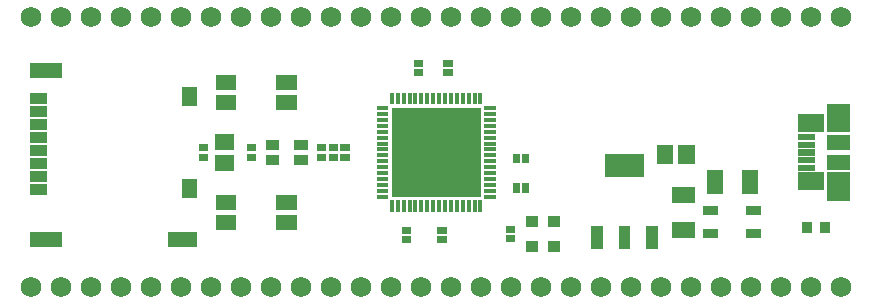
<source format=gbr>
G04 start of page 7 for group -4063 idx -4063 *
G04 Title: (unknown), componentmask *
G04 Creator: pcb 1.99z *
G04 CreationDate: Mon Jul 22 15:03:28 2019 UTC *
G04 For: matt *
G04 Format: Gerber/RS-274X *
G04 PCB-Dimensions (mm): 152.40 127.00 *
G04 PCB-Coordinate-Origin: lower left *
%MOMM*%
%FSLAX43Y43*%
%LNTOPMASK*%
%ADD37C,0.002*%
%ADD36C,0.752*%
%ADD35C,1.752*%
G54D35*X45720Y81280D03*
X43180D03*
X40640D03*
X38100D03*
X53340D03*
X50800D03*
X48260D03*
X35560D03*
X53340Y58420D03*
X50800D03*
X48260D03*
X45720D03*
X43180D03*
X40640D03*
X38100D03*
X35560D03*
X66040Y81280D03*
X63500D03*
X60960D03*
X58420D03*
X55880D03*
X76200Y58420D03*
X73660D03*
X71120D03*
X68580D03*
X66040D03*
X63500D03*
X60960D03*
X58420D03*
X55880D03*
G54D36*X67850Y69850D03*
X66850D03*
X67850Y68850D03*
X66850D03*
X69850Y66850D03*
X68850D03*
X70850D03*
X67850Y67850D03*
X66850D03*
X67850Y66850D03*
X66850D03*
X70850Y67850D03*
X71850D03*
X72850D03*
X71850Y66850D03*
X72850D03*
X69850Y70900D03*
X68850D03*
X69850Y71850D03*
X68850D03*
X69850Y72850D03*
X68850D03*
X70850Y70900D03*
X71850D03*
X72850D03*
X67850D03*
X66850D03*
X67850Y71850D03*
X66850D03*
X67850Y72850D03*
X66850D03*
X70850Y71850D03*
Y72850D03*
X71850D03*
X72850D03*
X71850Y71850D03*
X72850D03*
G54D35*X78740Y81280D03*
Y58420D03*
X81280D03*
G54D36*X70850Y69850D03*
X71850D03*
X72850D03*
X69850D03*
X68850D03*
X69850Y68850D03*
X68850D03*
X69850Y67850D03*
X68850D03*
X70850Y68850D03*
X71850D03*
X72850D03*
G54D35*X104140Y81280D03*
X101600D03*
X99060D03*
X96520D03*
X93980D03*
X91440D03*
X88900D03*
X86360D03*
X83820D03*
X104140Y58420D03*
X101600D03*
X99060D03*
X96520D03*
X93980D03*
X91440D03*
X88900D03*
X86360D03*
X83820D03*
X76200Y81280D03*
X73660D03*
X71120D03*
X68580D03*
X81280D03*
G54D37*G36*
X35500Y70495D02*Y69545D01*
X36890D01*
Y70495D01*
X35500D01*
G37*
G36*
Y71595D02*Y70645D01*
X36890D01*
Y71595D01*
X35500D01*
G37*
G36*
Y72695D02*Y71745D01*
X36890D01*
Y72695D01*
X35500D01*
G37*
G36*
Y73795D02*Y72845D01*
X36890D01*
Y73795D01*
X35500D01*
G37*
G36*
Y74895D02*Y73945D01*
X36890D01*
Y74895D01*
X35500D01*
G37*
G36*
Y77415D02*Y76115D01*
X38150D01*
Y77415D01*
X35500D01*
G37*
G36*
Y63125D02*Y61825D01*
X38150D01*
Y63125D01*
X35500D01*
G37*
G36*
X64821Y70269D02*Y69931D01*
X65779D01*
Y70269D01*
X64821D01*
G37*
G36*
Y69769D02*Y69431D01*
X65779D01*
Y69769D01*
X64821D01*
G37*
G36*
Y69269D02*Y68931D01*
X65779D01*
Y69269D01*
X64821D01*
G37*
G36*
Y68769D02*Y68431D01*
X65779D01*
Y68769D01*
X64821D01*
G37*
G36*
Y68269D02*Y67931D01*
X65779D01*
Y68269D01*
X64821D01*
G37*
G36*
Y67769D02*Y67431D01*
X65779D01*
Y67769D01*
X64821D01*
G37*
G36*
Y67269D02*Y66931D01*
X65779D01*
Y67269D01*
X64821D01*
G37*
G36*
Y66769D02*Y66431D01*
X65779D01*
Y66769D01*
X64821D01*
G37*
G36*
Y66269D02*Y65931D01*
X65779D01*
Y66269D01*
X64821D01*
G37*
G36*
X66269Y65779D02*X65931D01*
Y64821D01*
X66269D01*
Y65779D01*
G37*
G36*
X66769D02*X66431D01*
Y64821D01*
X66769D01*
Y65779D01*
G37*
G36*
X67269D02*X66931D01*
Y64821D01*
X67269D01*
Y65779D01*
G37*
G36*
X67769D02*X67431D01*
Y64821D01*
X67769D01*
Y65779D01*
G37*
G36*
X68269D02*X67931D01*
Y64821D01*
X68269D01*
Y65779D01*
G37*
G36*
X68769D02*X68431D01*
Y64821D01*
X68769D01*
Y65779D01*
G37*
G36*
X56335Y66245D02*Y64995D01*
X58035D01*
Y66245D01*
X56335D01*
G37*
G36*
Y64545D02*Y63295D01*
X58035D01*
Y64545D01*
X56335D01*
G37*
G36*
X51185Y66245D02*Y64995D01*
X52885D01*
Y66245D01*
X51185D01*
G37*
G36*
Y64545D02*Y63295D01*
X52885D01*
Y64545D01*
X51185D01*
G37*
G36*
X51160Y69640D02*Y68260D01*
X52740D01*
Y69640D01*
X51160D01*
G37*
G36*
X64821Y70769D02*Y70431D01*
X65779D01*
Y70769D01*
X64821D01*
G37*
G36*
X68769Y74879D02*X68431D01*
Y73921D01*
X68769D01*
Y74879D01*
G37*
G36*
X68269D02*X67931D01*
Y73921D01*
X68269D01*
Y74879D01*
G37*
G36*
X67769D02*X67431D01*
Y73921D01*
X67769D01*
Y74879D01*
G37*
G36*
X67269D02*X66931D01*
Y73921D01*
X67269D01*
Y74879D01*
G37*
G36*
X66769D02*X66431D01*
Y73921D01*
X66769D01*
Y74879D01*
G37*
G36*
X66269D02*X65931D01*
Y73921D01*
X66269D01*
Y74879D01*
G37*
G36*
X56335Y76405D02*Y75155D01*
X58035D01*
Y76405D01*
X56335D01*
G37*
G36*
Y74705D02*Y73455D01*
X58035D01*
Y74705D01*
X56335D01*
G37*
G36*
X51185Y76405D02*Y75155D01*
X52885D01*
Y76405D01*
X51185D01*
G37*
G36*
Y74705D02*Y73455D01*
X52885D01*
Y74705D01*
X51185D01*
G37*
G36*
X51160Y71440D02*Y70060D01*
X52740D01*
Y71440D01*
X51160D01*
G37*
G36*
X35500Y67195D02*Y66245D01*
X36890D01*
Y67195D01*
X35500D01*
G37*
G36*
Y68295D02*Y67345D01*
X36890D01*
Y68295D01*
X35500D01*
G37*
G36*
Y69395D02*Y68445D01*
X36890D01*
Y69395D01*
X35500D01*
G37*
G36*
X92425Y63375D02*Y62625D01*
X93675D01*
Y63375D01*
X92425D01*
G37*
G36*
X96125D02*Y62625D01*
X97375D01*
Y63375D01*
X96125D01*
G37*
G36*
X91740Y70440D02*X90360D01*
Y68860D01*
X91740D01*
Y70440D01*
G37*
G36*
X89940D02*X88560D01*
Y68860D01*
X89940D01*
Y70440D01*
G37*
G36*
X47150Y63125D02*Y61825D01*
X49600D01*
Y63125D01*
X47150D01*
G37*
G36*
X49600Y67605D02*X48310D01*
Y65965D01*
X49600D01*
Y67605D01*
G37*
G36*
X49749Y70551D02*Y69949D01*
X50551D01*
Y70551D01*
X49749D01*
G37*
G36*
Y69751D02*Y69149D01*
X50551D01*
Y69751D01*
X49749D01*
G37*
G36*
X49600Y75385D02*X48310D01*
Y73745D01*
X49600D01*
Y75385D01*
G37*
G36*
X57835Y70940D02*Y70060D01*
X58965D01*
Y70940D01*
X57835D01*
G37*
G36*
X55435D02*Y70060D01*
X56565D01*
Y70940D01*
X55435D01*
G37*
G36*
X53800Y70551D02*Y69949D01*
X54601D01*
Y70551D01*
X53800D01*
G37*
G36*
Y69751D02*Y69149D01*
X54601D01*
Y69751D01*
X53800D01*
G37*
G36*
X103235Y63982D02*X102385D01*
Y63052D01*
X103235D01*
Y63982D01*
G37*
G36*
X104855Y68151D02*X102903D01*
Y65724D01*
X104855D01*
Y68151D01*
G37*
G36*
X102903Y69626D02*Y68399D01*
X104855D01*
Y69626D01*
X102903D01*
G37*
G36*
Y71301D02*Y70074D01*
X104855D01*
Y71301D01*
X102903D01*
G37*
G36*
X104855Y73976D02*X102903D01*
Y71549D01*
X104855D01*
Y73976D01*
G37*
G36*
X101688Y63984D02*X100833D01*
Y63049D01*
X101688D01*
Y63984D01*
G37*
G36*
X100503Y70121D02*Y69579D01*
X101935D01*
Y70121D01*
X100503D01*
G37*
G36*
Y69471D02*Y68929D01*
X101935D01*
Y69471D01*
X100503D01*
G37*
G36*
Y68821D02*Y68279D01*
X101935D01*
Y68821D01*
X100503D01*
G37*
G36*
Y68151D02*Y66624D01*
X102655D01*
Y68151D01*
X100503D01*
G37*
G36*
Y70771D02*Y70229D01*
X101935D01*
Y70771D01*
X100503D01*
G37*
G36*
Y71421D02*Y70879D01*
X101935D01*
Y71421D01*
X100503D01*
G37*
G36*
Y73076D02*Y71549D01*
X102655D01*
Y73076D01*
X100503D01*
G37*
G36*
X89810Y66940D02*Y65560D01*
X91790D01*
Y66940D01*
X89810D01*
G37*
G36*
Y63940D02*Y62560D01*
X91790D01*
Y63940D01*
X89810D01*
G37*
G36*
X67949Y76901D02*Y76300D01*
X68751D01*
Y76901D01*
X67949D01*
G37*
G36*
Y77701D02*Y77099D01*
X68751D01*
Y77701D01*
X67949D01*
G37*
G36*
X70449Y76901D02*Y76299D01*
X71251D01*
Y76901D01*
X70449D01*
G37*
G36*
Y77701D02*Y77099D01*
X71251D01*
Y77701D01*
X70449D01*
G37*
G36*
X59749Y70551D02*Y69949D01*
X60551D01*
Y70551D01*
X59749D01*
G37*
G36*
Y69751D02*Y69149D01*
X60551D01*
Y69751D01*
X59749D01*
G37*
G36*
X60749D02*Y69149D01*
X61551D01*
Y69751D01*
X60749D01*
G37*
G36*
Y70551D02*Y69949D01*
X61551D01*
Y70551D01*
X60749D01*
G37*
G36*
X61749D02*Y69949D01*
X62551D01*
Y70551D01*
X61749D01*
G37*
G36*
Y69751D02*Y69149D01*
X62551D01*
Y69751D01*
X61749D01*
G37*
G36*
X69769Y65779D02*X69431D01*
Y64821D01*
X69769D01*
Y65779D01*
G37*
G36*
X70269D02*X69931D01*
Y64821D01*
X70269D01*
Y65779D01*
G37*
G36*
X70769D02*X70431D01*
Y64821D01*
X70769D01*
Y65779D01*
G37*
G36*
X75749Y62851D02*Y62249D01*
X76551D01*
Y62851D01*
X75749D01*
G37*
G36*
Y63651D02*Y63049D01*
X76551D01*
Y63651D01*
X75749D01*
G37*
G36*
X76951Y69751D02*X76349D01*
Y68949D01*
X76951D01*
Y69751D01*
G37*
G36*
X77750D02*X77149D01*
Y68949D01*
X77750D01*
Y69751D01*
G37*
G36*
X57835Y69640D02*Y68760D01*
X58965D01*
Y69640D01*
X57835D01*
G37*
G36*
X55435D02*Y68760D01*
X56565D01*
Y69640D01*
X55435D01*
G37*
G36*
X76951Y67251D02*X76349D01*
Y66449D01*
X76951D01*
Y67251D01*
G37*
G36*
X77751D02*X77149D01*
Y66449D01*
X77751D01*
Y67251D01*
G37*
G36*
X69949Y63551D02*Y62949D01*
X70751D01*
Y63551D01*
X69949D01*
G37*
G36*
Y62751D02*Y62150D01*
X70751D01*
Y62751D01*
X69949D01*
G37*
G36*
X66949Y63550D02*Y62949D01*
X67751D01*
Y63550D01*
X66949D01*
G37*
G36*
Y62751D02*Y62149D01*
X67751D01*
Y62751D01*
X66949D01*
G37*
G36*
X69269Y65779D02*X68931D01*
Y64821D01*
X69269D01*
Y65779D01*
G37*
G36*
X71269D02*X70931D01*
Y64821D01*
X71269D01*
Y65779D01*
G37*
G36*
X71769D02*X71431D01*
Y64821D01*
X71769D01*
Y65779D01*
G37*
G36*
X64821Y73769D02*Y73431D01*
X65779D01*
Y73769D01*
X64821D01*
G37*
G36*
Y73269D02*Y72931D01*
X65779D01*
Y73269D01*
X64821D01*
G37*
G36*
Y72769D02*Y72431D01*
X65779D01*
Y72769D01*
X64821D01*
G37*
G36*
Y72269D02*Y71931D01*
X65779D01*
Y72269D01*
X64821D01*
G37*
G36*
Y71769D02*Y71431D01*
X65779D01*
Y71769D01*
X64821D01*
G37*
G36*
Y71269D02*Y70931D01*
X65779D01*
Y71269D01*
X64821D01*
G37*
G36*
X71769Y74879D02*X71431D01*
Y73921D01*
X71769D01*
Y74879D01*
G37*
G36*
X71269D02*X70931D01*
Y73921D01*
X71269D01*
Y74879D01*
G37*
G36*
X70769D02*X70431D01*
Y73921D01*
X70769D01*
Y74879D01*
G37*
G36*
X70269D02*X69931D01*
Y73921D01*
X70269D01*
Y74879D01*
G37*
G36*
X69769D02*X69431D01*
Y73921D01*
X69769D01*
Y74879D01*
G37*
G36*
X69269D02*X68931D01*
Y73921D01*
X69269D01*
Y74879D01*
G37*
G36*
X72269Y65779D02*X71931D01*
Y64821D01*
X72269D01*
Y65779D01*
G37*
G36*
X72769D02*X72431D01*
Y64821D01*
X72769D01*
Y65779D01*
G37*
G36*
X73269D02*X72931D01*
Y64821D01*
X73269D01*
Y65779D01*
G37*
G36*
X73769D02*X73431D01*
Y64821D01*
X73769D01*
Y65779D01*
G37*
G36*
X73921Y66269D02*Y65931D01*
X74879D01*
Y66269D01*
X73921D01*
G37*
G36*
X94140Y68340D02*X92760D01*
Y66360D01*
X94140D01*
Y68340D01*
G37*
G36*
X84145Y69725D02*Y67775D01*
X87455D01*
Y69725D01*
X84145D01*
G37*
G36*
X97140Y68340D02*X95760D01*
Y66360D01*
X97140D01*
Y68340D01*
G37*
G36*
X92425Y65325D02*Y64575D01*
X93675D01*
Y65325D01*
X92425D01*
G37*
G36*
X96125D02*Y64575D01*
X97375D01*
Y65325D01*
X96125D01*
G37*
G36*
X73921Y66769D02*Y66431D01*
X74879D01*
Y66769D01*
X73921D01*
G37*
G36*
Y67269D02*Y66931D01*
X74879D01*
Y67269D01*
X73921D01*
G37*
G36*
Y67769D02*Y67431D01*
X74879D01*
Y67769D01*
X73921D01*
G37*
G36*
Y68269D02*Y67931D01*
X74879D01*
Y68269D01*
X73921D01*
G37*
G36*
Y68769D02*Y68431D01*
X74879D01*
Y68769D01*
X73921D01*
G37*
G36*
Y69269D02*Y68931D01*
X74879D01*
Y69269D01*
X73921D01*
G37*
G36*
Y69769D02*Y69431D01*
X74879D01*
Y69769D01*
X73921D01*
G37*
G36*
Y70269D02*Y69931D01*
X74879D01*
Y70269D01*
X73921D01*
G37*
G36*
Y70769D02*Y70431D01*
X74879D01*
Y70769D01*
X73921D01*
G37*
G36*
Y71269D02*Y70931D01*
X74879D01*
Y71269D01*
X73921D01*
G37*
G36*
Y71769D02*Y71431D01*
X74879D01*
Y71769D01*
X73921D01*
G37*
G36*
Y72269D02*Y71931D01*
X74879D01*
Y72269D01*
X73921D01*
G37*
G36*
X66075Y73625D02*Y66075D01*
X73625D01*
Y73625D01*
X66075D01*
G37*
G36*
X73921Y72769D02*Y72431D01*
X74879D01*
Y72769D01*
X73921D01*
G37*
G36*
Y73269D02*Y72931D01*
X74879D01*
Y73269D01*
X73921D01*
G37*
G36*
Y73769D02*Y73431D01*
X74879D01*
Y73769D01*
X73921D01*
G37*
G36*
X73769Y74879D02*X73431D01*
Y73921D01*
X73769D01*
Y74879D01*
G37*
G36*
X73269D02*X72931D01*
Y73921D01*
X73269D01*
Y74879D01*
G37*
G36*
X72769D02*X72431D01*
Y73921D01*
X72769D01*
Y74879D01*
G37*
G36*
X72269D02*X71931D01*
Y73921D01*
X72269D01*
Y74879D01*
G37*
G36*
X84005Y63625D02*X82995D01*
Y61675D01*
X84005D01*
Y63625D01*
G37*
G36*
X86305D02*X85295D01*
Y61675D01*
X86305D01*
Y63625D01*
G37*
G36*
X88605D02*X87595D01*
Y61675D01*
X88605D01*
Y63625D01*
G37*
G36*
X77425Y62375D02*Y61425D01*
X78475D01*
Y62375D01*
X77425D01*
G37*
G36*
Y64475D02*Y63525D01*
X78475D01*
Y64475D01*
X77425D01*
G37*
G36*
X79325Y62375D02*Y61425D01*
X80375D01*
Y62375D01*
X79325D01*
G37*
G36*
Y64475D02*Y63525D01*
X80375D01*
Y64475D01*
X79325D01*
G37*
M02*

</source>
